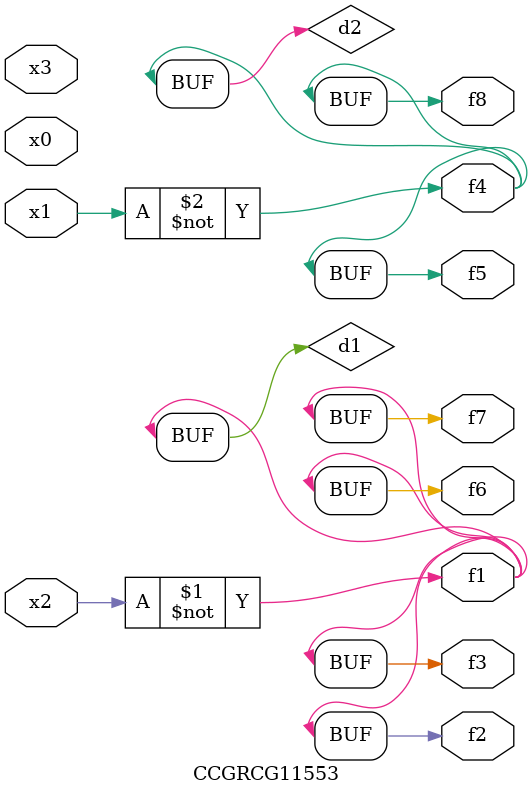
<source format=v>
module CCGRCG11553(
	input x0, x1, x2, x3,
	output f1, f2, f3, f4, f5, f6, f7, f8
);

	wire d1, d2;

	xnor (d1, x2);
	not (d2, x1);
	assign f1 = d1;
	assign f2 = d1;
	assign f3 = d1;
	assign f4 = d2;
	assign f5 = d2;
	assign f6 = d1;
	assign f7 = d1;
	assign f8 = d2;
endmodule

</source>
